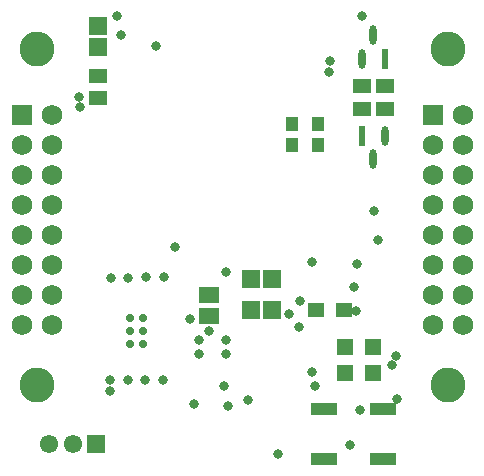
<source format=gbs>
G04*
G04 #@! TF.GenerationSoftware,Altium Limited,Altium Designer,22.3.1 (43)*
G04*
G04 Layer_Color=16711935*
%FSLAX25Y25*%
%MOIN*%
G70*
G04*
G04 #@! TF.SameCoordinates,2B40A856-6C47-4DC4-A76D-FC4A54A6A395*
G04*
G04*
G04 #@! TF.FilePolarity,Negative*
G04*
G01*
G75*
%ADD20R,0.06127X0.05924*%
%ADD28R,0.05924X0.06127*%
%ADD37R,0.06824X0.06824*%
%ADD38C,0.06824*%
%ADD39C,0.06115*%
%ADD40R,0.06115X0.06115*%
%ADD41C,0.11627*%
%ADD42C,0.03162*%
%ADD43C,0.02769*%
%ADD56R,0.04182X0.04553*%
%ADD57R,0.02410X0.06524*%
G04:AMPARAMS|DCode=58|XSize=65.24mil|YSize=24.1mil|CornerRadius=12.05mil|HoleSize=0mil|Usage=FLASHONLY|Rotation=270.000|XOffset=0mil|YOffset=0mil|HoleType=Round|Shape=RoundedRectangle|*
%AMROUNDEDRECTD58*
21,1,0.06524,0.00000,0,0,270.0*
21,1,0.04114,0.02410,0,0,270.0*
1,1,0.02410,0.00000,-0.02057*
1,1,0.02410,0.00000,0.02057*
1,1,0.02410,0.00000,0.02057*
1,1,0.02410,0.00000,-0.02057*
%
%ADD58ROUNDEDRECTD58*%
%ADD62R,0.05328X0.05328*%
%ADD63R,0.05328X0.04737*%
%ADD64R,0.06509X0.05328*%
%ADD65R,0.06312X0.04934*%
%ADD66R,0.08674X0.03950*%
D20*
X32480Y139373D02*
D03*
Y132280D02*
D03*
D28*
X83461Y44488D02*
D03*
X90554D02*
D03*
X83461Y55118D02*
D03*
X90554D02*
D03*
D37*
X144213Y109803D02*
D03*
X7205D02*
D03*
D38*
X154213D02*
D03*
X144213Y99803D02*
D03*
X154213D02*
D03*
X144213Y89803D02*
D03*
X154213D02*
D03*
X144213Y79803D02*
D03*
X154213D02*
D03*
X144213Y69803D02*
D03*
X154213D02*
D03*
X144213Y59803D02*
D03*
X154213D02*
D03*
X144213Y49803D02*
D03*
X154213D02*
D03*
X144213Y39803D02*
D03*
X154213D02*
D03*
X17205Y109803D02*
D03*
X7205Y99803D02*
D03*
X17205D02*
D03*
X7205Y89803D02*
D03*
X17205D02*
D03*
X7205Y79803D02*
D03*
X17205D02*
D03*
X7205Y69803D02*
D03*
X17205D02*
D03*
X7205Y59803D02*
D03*
X17205D02*
D03*
X7205Y49803D02*
D03*
X17205D02*
D03*
X7205Y39803D02*
D03*
X17205D02*
D03*
D39*
X16339Y0D02*
D03*
X24213D02*
D03*
D40*
X32087D02*
D03*
D41*
X12205Y131496D02*
D03*
Y19685D02*
D03*
X149213D02*
D03*
Y131496D02*
D03*
D42*
X118504Y44291D02*
D03*
X99508Y38976D02*
D03*
X75394Y57185D02*
D03*
X82776Y14567D02*
D03*
X109843Y127559D02*
D03*
X75984Y12598D02*
D03*
X116535Y-394D02*
D03*
X74653Y19304D02*
D03*
X125984Y67901D02*
D03*
X26772Y112205D02*
D03*
X26349Y115748D02*
D03*
X58268Y65748D02*
D03*
X63386Y41732D02*
D03*
X130709Y26378D02*
D03*
X131949Y29273D02*
D03*
X105080Y19253D02*
D03*
X103937Y24016D02*
D03*
X100000Y47638D02*
D03*
X96306Y43272D02*
D03*
X75197Y34646D02*
D03*
Y29921D02*
D03*
X132283Y14961D02*
D03*
X120079Y11417D02*
D03*
X64567Y13386D02*
D03*
X103937Y60630D02*
D03*
X118110Y52362D02*
D03*
X124606Y77756D02*
D03*
X36614Y17520D02*
D03*
Y21260D02*
D03*
X42520D02*
D03*
X48425Y21457D02*
D03*
X54331D02*
D03*
X54528Y55512D02*
D03*
X48622D02*
D03*
X42717Y55315D02*
D03*
X36811D02*
D03*
X69488Y37795D02*
D03*
X118898Y59842D02*
D03*
X92716Y-3347D02*
D03*
X66142Y29921D02*
D03*
Y34646D02*
D03*
X120669Y142520D02*
D03*
X40157Y136221D02*
D03*
X39035Y142756D02*
D03*
X109646Y123917D02*
D03*
X52008Y132717D02*
D03*
D43*
X43307Y41929D02*
D03*
X47638D02*
D03*
X43307Y37598D02*
D03*
X47638D02*
D03*
X43307Y33268D02*
D03*
X47638D02*
D03*
D56*
X97244Y99800D02*
D03*
Y106499D02*
D03*
X105905Y99800D02*
D03*
Y106499D02*
D03*
D57*
X120669Y102758D02*
D03*
X128150Y128344D02*
D03*
D58*
Y102758D02*
D03*
X124409Y94880D02*
D03*
X120669Y128344D02*
D03*
X124409Y136223D02*
D03*
D62*
X124311Y23622D02*
D03*
X115059D02*
D03*
X124311Y32283D02*
D03*
X115059D02*
D03*
D63*
X105217Y44488D02*
D03*
X114469D02*
D03*
D64*
X69488Y42618D02*
D03*
Y49508D02*
D03*
D65*
X32480Y122638D02*
D03*
Y115157D02*
D03*
X120472Y111811D02*
D03*
Y119291D02*
D03*
X128347D02*
D03*
Y111811D02*
D03*
D66*
X108071Y-4921D02*
D03*
Y11614D02*
D03*
X127559Y-4921D02*
D03*
Y11614D02*
D03*
M02*

</source>
